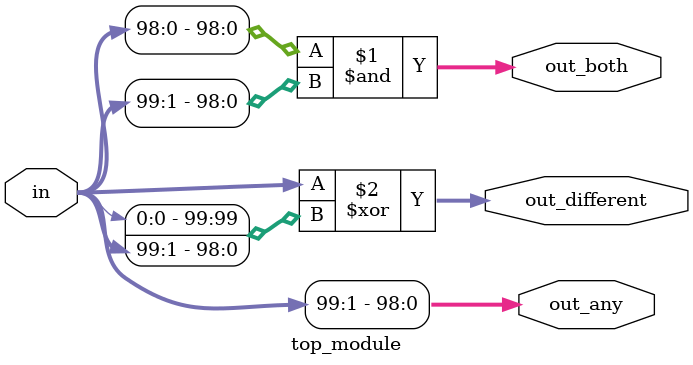
<source format=sv>
module top_module (
    input [99:0] in,
    output [98:0] out_both,
    output [99:1] out_any,
    output [99:0] out_different
);

    assign out_both = in[98:0] & in[99:1];
    
    assign out_any = {in[0], in[99:1]};
    
    assign out_different = in ^ {in[0], in[99:1]};

endmodule

</source>
